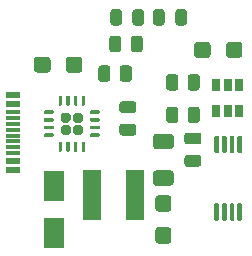
<source format=gbr>
%TF.GenerationSoftware,KiCad,Pcbnew,5.1.12-84ad8e8a86~92~ubuntu20.04.1*%
%TF.CreationDate,2023-03-19T01:12:36+01:00*%
%TF.ProjectId,tp5000_charger,74703530-3030-45f6-9368-61726765722e,rev?*%
%TF.SameCoordinates,Original*%
%TF.FileFunction,Paste,Top*%
%TF.FilePolarity,Positive*%
%FSLAX46Y46*%
G04 Gerber Fmt 4.6, Leading zero omitted, Abs format (unit mm)*
G04 Created by KiCad (PCBNEW 5.1.12-84ad8e8a86~92~ubuntu20.04.1) date 2023-03-19 01:12:36*
%MOMM*%
%LPD*%
G01*
G04 APERTURE LIST*
%ADD10R,1.160000X0.300000*%
%ADD11R,1.160000X0.600000*%
%ADD12R,1.800000X2.500000*%
%ADD13R,0.650000X1.060000*%
%ADD14R,1.500000X4.200000*%
G04 APERTURE END LIST*
D10*
%TO.C,J7*%
X89760000Y-120250000D03*
X89760000Y-120750000D03*
X89760000Y-121250000D03*
X89760000Y-119250000D03*
X89760000Y-119750000D03*
X89760000Y-122250000D03*
X89760000Y-121750000D03*
X89760000Y-122750000D03*
D11*
X89760000Y-118600000D03*
X89760000Y-118600000D03*
X89760000Y-117800000D03*
X89760000Y-117800000D03*
X89760000Y-123400000D03*
X89760000Y-124200000D03*
X89760000Y-123400000D03*
X89760000Y-124200000D03*
%TD*%
%TO.C,R5*%
G36*
G01*
X98012500Y-115549999D02*
X98012500Y-116450001D01*
G75*
G02*
X97762501Y-116700000I-249999J0D01*
G01*
X97237499Y-116700000D01*
G75*
G02*
X96987500Y-116450001I0J249999D01*
G01*
X96987500Y-115549999D01*
G75*
G02*
X97237499Y-115300000I249999J0D01*
G01*
X97762501Y-115300000D01*
G75*
G02*
X98012500Y-115549999I0J-249999D01*
G01*
G37*
G36*
G01*
X99837500Y-115549999D02*
X99837500Y-116450001D01*
G75*
G02*
X99587501Y-116700000I-249999J0D01*
G01*
X99062499Y-116700000D01*
G75*
G02*
X98812500Y-116450001I0J249999D01*
G01*
X98812500Y-115549999D01*
G75*
G02*
X99062499Y-115300000I249999J0D01*
G01*
X99587501Y-115300000D01*
G75*
G02*
X99837500Y-115549999I0J-249999D01*
G01*
G37*
%TD*%
%TO.C,D2*%
G36*
G01*
X99887500Y-111706250D02*
X99887500Y-110793750D01*
G75*
G02*
X100131250Y-110550000I243750J0D01*
G01*
X100618750Y-110550000D01*
G75*
G02*
X100862500Y-110793750I0J-243750D01*
G01*
X100862500Y-111706250D01*
G75*
G02*
X100618750Y-111950000I-243750J0D01*
G01*
X100131250Y-111950000D01*
G75*
G02*
X99887500Y-111706250I0J243750D01*
G01*
G37*
G36*
G01*
X98012500Y-111706250D02*
X98012500Y-110793750D01*
G75*
G02*
X98256250Y-110550000I243750J0D01*
G01*
X98743750Y-110550000D01*
G75*
G02*
X98987500Y-110793750I0J-243750D01*
G01*
X98987500Y-111706250D01*
G75*
G02*
X98743750Y-111950000I-243750J0D01*
G01*
X98256250Y-111950000D01*
G75*
G02*
X98012500Y-111706250I0J243750D01*
G01*
G37*
%TD*%
%TO.C,D3*%
G36*
G01*
X104487500Y-110793750D02*
X104487500Y-111706250D01*
G75*
G02*
X104243750Y-111950000I-243750J0D01*
G01*
X103756250Y-111950000D01*
G75*
G02*
X103512500Y-111706250I0J243750D01*
G01*
X103512500Y-110793750D01*
G75*
G02*
X103756250Y-110550000I243750J0D01*
G01*
X104243750Y-110550000D01*
G75*
G02*
X104487500Y-110793750I0J-243750D01*
G01*
G37*
G36*
G01*
X102612500Y-110793750D02*
X102612500Y-111706250D01*
G75*
G02*
X102368750Y-111950000I-243750J0D01*
G01*
X101881250Y-111950000D01*
G75*
G02*
X101637500Y-111706250I0J243750D01*
G01*
X101637500Y-110793750D01*
G75*
G02*
X101881250Y-110550000I243750J0D01*
G01*
X102368750Y-110550000D01*
G75*
G02*
X102612500Y-110793750I0J-243750D01*
G01*
G37*
%TD*%
D12*
%TO.C,D1*%
X93250000Y-125500000D03*
X93250000Y-129500000D03*
%TD*%
%TO.C,R1*%
G36*
G01*
X103125001Y-125500000D02*
X101874999Y-125500000D01*
G75*
G02*
X101625000Y-125250001I0J249999D01*
G01*
X101625000Y-124449999D01*
G75*
G02*
X101874999Y-124200000I249999J0D01*
G01*
X103125001Y-124200000D01*
G75*
G02*
X103375000Y-124449999I0J-249999D01*
G01*
X103375000Y-125250001D01*
G75*
G02*
X103125001Y-125500000I-249999J0D01*
G01*
G37*
G36*
G01*
X103125001Y-122400000D02*
X101874999Y-122400000D01*
G75*
G02*
X101625000Y-122150001I0J249999D01*
G01*
X101625000Y-121349999D01*
G75*
G02*
X101874999Y-121100000I249999J0D01*
G01*
X103125001Y-121100000D01*
G75*
G02*
X103375000Y-121349999I0J-249999D01*
G01*
X103375000Y-122150001D01*
G75*
G02*
X103125001Y-122400000I-249999J0D01*
G01*
G37*
%TD*%
%TO.C,U1*%
G36*
G01*
X92375000Y-119350000D02*
X92375000Y-119200000D01*
G75*
G02*
X92450000Y-119125000I75000J0D01*
G01*
X93150000Y-119125000D01*
G75*
G02*
X93225000Y-119200000I0J-75000D01*
G01*
X93225000Y-119350000D01*
G75*
G02*
X93150000Y-119425000I-75000J0D01*
G01*
X92450000Y-119425000D01*
G75*
G02*
X92375000Y-119350000I0J75000D01*
G01*
G37*
G36*
G01*
X92375000Y-120000000D02*
X92375000Y-119850000D01*
G75*
G02*
X92450000Y-119775000I75000J0D01*
G01*
X93150000Y-119775000D01*
G75*
G02*
X93225000Y-119850000I0J-75000D01*
G01*
X93225000Y-120000000D01*
G75*
G02*
X93150000Y-120075000I-75000J0D01*
G01*
X92450000Y-120075000D01*
G75*
G02*
X92375000Y-120000000I0J75000D01*
G01*
G37*
G36*
G01*
X92375000Y-120650000D02*
X92375000Y-120500000D01*
G75*
G02*
X92450000Y-120425000I75000J0D01*
G01*
X93150000Y-120425000D01*
G75*
G02*
X93225000Y-120500000I0J-75000D01*
G01*
X93225000Y-120650000D01*
G75*
G02*
X93150000Y-120725000I-75000J0D01*
G01*
X92450000Y-120725000D01*
G75*
G02*
X92375000Y-120650000I0J75000D01*
G01*
G37*
G36*
G01*
X92375000Y-121300000D02*
X92375000Y-121150000D01*
G75*
G02*
X92450000Y-121075000I75000J0D01*
G01*
X93150000Y-121075000D01*
G75*
G02*
X93225000Y-121150000I0J-75000D01*
G01*
X93225000Y-121300000D01*
G75*
G02*
X93150000Y-121375000I-75000J0D01*
G01*
X92450000Y-121375000D01*
G75*
G02*
X92375000Y-121300000I0J75000D01*
G01*
G37*
G36*
G01*
X93625000Y-122550000D02*
X93625000Y-121850000D01*
G75*
G02*
X93700000Y-121775000I75000J0D01*
G01*
X93850000Y-121775000D01*
G75*
G02*
X93925000Y-121850000I0J-75000D01*
G01*
X93925000Y-122550000D01*
G75*
G02*
X93850000Y-122625000I-75000J0D01*
G01*
X93700000Y-122625000D01*
G75*
G02*
X93625000Y-122550000I0J75000D01*
G01*
G37*
G36*
G01*
X94275000Y-122550000D02*
X94275000Y-121850000D01*
G75*
G02*
X94350000Y-121775000I75000J0D01*
G01*
X94500000Y-121775000D01*
G75*
G02*
X94575000Y-121850000I0J-75000D01*
G01*
X94575000Y-122550000D01*
G75*
G02*
X94500000Y-122625000I-75000J0D01*
G01*
X94350000Y-122625000D01*
G75*
G02*
X94275000Y-122550000I0J75000D01*
G01*
G37*
G36*
G01*
X94925000Y-122550000D02*
X94925000Y-121850000D01*
G75*
G02*
X95000000Y-121775000I75000J0D01*
G01*
X95150000Y-121775000D01*
G75*
G02*
X95225000Y-121850000I0J-75000D01*
G01*
X95225000Y-122550000D01*
G75*
G02*
X95150000Y-122625000I-75000J0D01*
G01*
X95000000Y-122625000D01*
G75*
G02*
X94925000Y-122550000I0J75000D01*
G01*
G37*
G36*
G01*
X95575000Y-122550000D02*
X95575000Y-121850000D01*
G75*
G02*
X95650000Y-121775000I75000J0D01*
G01*
X95800000Y-121775000D01*
G75*
G02*
X95875000Y-121850000I0J-75000D01*
G01*
X95875000Y-122550000D01*
G75*
G02*
X95800000Y-122625000I-75000J0D01*
G01*
X95650000Y-122625000D01*
G75*
G02*
X95575000Y-122550000I0J75000D01*
G01*
G37*
G36*
G01*
X96275000Y-121300000D02*
X96275000Y-121150000D01*
G75*
G02*
X96350000Y-121075000I75000J0D01*
G01*
X97050000Y-121075000D01*
G75*
G02*
X97125000Y-121150000I0J-75000D01*
G01*
X97125000Y-121300000D01*
G75*
G02*
X97050000Y-121375000I-75000J0D01*
G01*
X96350000Y-121375000D01*
G75*
G02*
X96275000Y-121300000I0J75000D01*
G01*
G37*
G36*
G01*
X96275000Y-120650000D02*
X96275000Y-120500000D01*
G75*
G02*
X96350000Y-120425000I75000J0D01*
G01*
X97050000Y-120425000D01*
G75*
G02*
X97125000Y-120500000I0J-75000D01*
G01*
X97125000Y-120650000D01*
G75*
G02*
X97050000Y-120725000I-75000J0D01*
G01*
X96350000Y-120725000D01*
G75*
G02*
X96275000Y-120650000I0J75000D01*
G01*
G37*
G36*
G01*
X96275000Y-120000000D02*
X96275000Y-119850000D01*
G75*
G02*
X96350000Y-119775000I75000J0D01*
G01*
X97050000Y-119775000D01*
G75*
G02*
X97125000Y-119850000I0J-75000D01*
G01*
X97125000Y-120000000D01*
G75*
G02*
X97050000Y-120075000I-75000J0D01*
G01*
X96350000Y-120075000D01*
G75*
G02*
X96275000Y-120000000I0J75000D01*
G01*
G37*
G36*
G01*
X96275000Y-119350000D02*
X96275000Y-119200000D01*
G75*
G02*
X96350000Y-119125000I75000J0D01*
G01*
X97050000Y-119125000D01*
G75*
G02*
X97125000Y-119200000I0J-75000D01*
G01*
X97125000Y-119350000D01*
G75*
G02*
X97050000Y-119425000I-75000J0D01*
G01*
X96350000Y-119425000D01*
G75*
G02*
X96275000Y-119350000I0J75000D01*
G01*
G37*
G36*
G01*
X95575000Y-118650000D02*
X95575000Y-117950000D01*
G75*
G02*
X95650000Y-117875000I75000J0D01*
G01*
X95800000Y-117875000D01*
G75*
G02*
X95875000Y-117950000I0J-75000D01*
G01*
X95875000Y-118650000D01*
G75*
G02*
X95800000Y-118725000I-75000J0D01*
G01*
X95650000Y-118725000D01*
G75*
G02*
X95575000Y-118650000I0J75000D01*
G01*
G37*
G36*
G01*
X94925000Y-118650000D02*
X94925000Y-117950000D01*
G75*
G02*
X95000000Y-117875000I75000J0D01*
G01*
X95150000Y-117875000D01*
G75*
G02*
X95225000Y-117950000I0J-75000D01*
G01*
X95225000Y-118650000D01*
G75*
G02*
X95150000Y-118725000I-75000J0D01*
G01*
X95000000Y-118725000D01*
G75*
G02*
X94925000Y-118650000I0J75000D01*
G01*
G37*
G36*
G01*
X94275000Y-118650000D02*
X94275000Y-117950000D01*
G75*
G02*
X94350000Y-117875000I75000J0D01*
G01*
X94500000Y-117875000D01*
G75*
G02*
X94575000Y-117950000I0J-75000D01*
G01*
X94575000Y-118650000D01*
G75*
G02*
X94500000Y-118725000I-75000J0D01*
G01*
X94350000Y-118725000D01*
G75*
G02*
X94275000Y-118650000I0J75000D01*
G01*
G37*
G36*
G01*
X93625000Y-118650000D02*
X93625000Y-117950000D01*
G75*
G02*
X93700000Y-117875000I75000J0D01*
G01*
X93850000Y-117875000D01*
G75*
G02*
X93925000Y-117950000I0J-75000D01*
G01*
X93925000Y-118650000D01*
G75*
G02*
X93850000Y-118725000I-75000J0D01*
G01*
X93700000Y-118725000D01*
G75*
G02*
X93625000Y-118650000I0J75000D01*
G01*
G37*
G36*
G01*
X93800000Y-119937500D02*
X93800000Y-119512500D01*
G75*
G02*
X94012500Y-119300000I212500J0D01*
G01*
X94437500Y-119300000D01*
G75*
G02*
X94650000Y-119512500I0J-212500D01*
G01*
X94650000Y-119937500D01*
G75*
G02*
X94437500Y-120150000I-212500J0D01*
G01*
X94012500Y-120150000D01*
G75*
G02*
X93800000Y-119937500I0J212500D01*
G01*
G37*
G36*
G01*
X93800000Y-120987500D02*
X93800000Y-120562500D01*
G75*
G02*
X94012500Y-120350000I212500J0D01*
G01*
X94437500Y-120350000D01*
G75*
G02*
X94650000Y-120562500I0J-212500D01*
G01*
X94650000Y-120987500D01*
G75*
G02*
X94437500Y-121200000I-212500J0D01*
G01*
X94012500Y-121200000D01*
G75*
G02*
X93800000Y-120987500I0J212500D01*
G01*
G37*
G36*
G01*
X94850000Y-119937500D02*
X94850000Y-119512500D01*
G75*
G02*
X95062500Y-119300000I212500J0D01*
G01*
X95487500Y-119300000D01*
G75*
G02*
X95700000Y-119512500I0J-212500D01*
G01*
X95700000Y-119937500D01*
G75*
G02*
X95487500Y-120150000I-212500J0D01*
G01*
X95062500Y-120150000D01*
G75*
G02*
X94850000Y-119937500I0J212500D01*
G01*
G37*
G36*
G01*
X94850000Y-120987500D02*
X94850000Y-120562500D01*
G75*
G02*
X95062500Y-120350000I212500J0D01*
G01*
X95487500Y-120350000D01*
G75*
G02*
X95700000Y-120562500I0J-212500D01*
G01*
X95700000Y-120987500D01*
G75*
G02*
X95487500Y-121200000I-212500J0D01*
G01*
X95062500Y-121200000D01*
G75*
G02*
X94850000Y-120987500I0J212500D01*
G01*
G37*
%TD*%
D13*
%TO.C,U2*%
X107000000Y-119200000D03*
X107950000Y-119200000D03*
X108900000Y-119200000D03*
X108900000Y-117000000D03*
X107000000Y-117000000D03*
X107950000Y-117000000D03*
%TD*%
%TO.C,U3*%
G36*
G01*
X108875000Y-121262500D02*
X109075000Y-121262500D01*
G75*
G02*
X109175000Y-121362500I0J-100000D01*
G01*
X109175000Y-122637500D01*
G75*
G02*
X109075000Y-122737500I-100000J0D01*
G01*
X108875000Y-122737500D01*
G75*
G02*
X108775000Y-122637500I0J100000D01*
G01*
X108775000Y-121362500D01*
G75*
G02*
X108875000Y-121262500I100000J0D01*
G01*
G37*
G36*
G01*
X108225000Y-121262500D02*
X108425000Y-121262500D01*
G75*
G02*
X108525000Y-121362500I0J-100000D01*
G01*
X108525000Y-122637500D01*
G75*
G02*
X108425000Y-122737500I-100000J0D01*
G01*
X108225000Y-122737500D01*
G75*
G02*
X108125000Y-122637500I0J100000D01*
G01*
X108125000Y-121362500D01*
G75*
G02*
X108225000Y-121262500I100000J0D01*
G01*
G37*
G36*
G01*
X107575000Y-121262500D02*
X107775000Y-121262500D01*
G75*
G02*
X107875000Y-121362500I0J-100000D01*
G01*
X107875000Y-122637500D01*
G75*
G02*
X107775000Y-122737500I-100000J0D01*
G01*
X107575000Y-122737500D01*
G75*
G02*
X107475000Y-122637500I0J100000D01*
G01*
X107475000Y-121362500D01*
G75*
G02*
X107575000Y-121262500I100000J0D01*
G01*
G37*
G36*
G01*
X106925000Y-121262500D02*
X107125000Y-121262500D01*
G75*
G02*
X107225000Y-121362500I0J-100000D01*
G01*
X107225000Y-122637500D01*
G75*
G02*
X107125000Y-122737500I-100000J0D01*
G01*
X106925000Y-122737500D01*
G75*
G02*
X106825000Y-122637500I0J100000D01*
G01*
X106825000Y-121362500D01*
G75*
G02*
X106925000Y-121262500I100000J0D01*
G01*
G37*
G36*
G01*
X106925000Y-126987500D02*
X107125000Y-126987500D01*
G75*
G02*
X107225000Y-127087500I0J-100000D01*
G01*
X107225000Y-128362500D01*
G75*
G02*
X107125000Y-128462500I-100000J0D01*
G01*
X106925000Y-128462500D01*
G75*
G02*
X106825000Y-128362500I0J100000D01*
G01*
X106825000Y-127087500D01*
G75*
G02*
X106925000Y-126987500I100000J0D01*
G01*
G37*
G36*
G01*
X107575000Y-126987500D02*
X107775000Y-126987500D01*
G75*
G02*
X107875000Y-127087500I0J-100000D01*
G01*
X107875000Y-128362500D01*
G75*
G02*
X107775000Y-128462500I-100000J0D01*
G01*
X107575000Y-128462500D01*
G75*
G02*
X107475000Y-128362500I0J100000D01*
G01*
X107475000Y-127087500D01*
G75*
G02*
X107575000Y-126987500I100000J0D01*
G01*
G37*
G36*
G01*
X108225000Y-126987500D02*
X108425000Y-126987500D01*
G75*
G02*
X108525000Y-127087500I0J-100000D01*
G01*
X108525000Y-128362500D01*
G75*
G02*
X108425000Y-128462500I-100000J0D01*
G01*
X108225000Y-128462500D01*
G75*
G02*
X108125000Y-128362500I0J100000D01*
G01*
X108125000Y-127087500D01*
G75*
G02*
X108225000Y-126987500I100000J0D01*
G01*
G37*
G36*
G01*
X108875000Y-126987500D02*
X109075000Y-126987500D01*
G75*
G02*
X109175000Y-127087500I0J-100000D01*
G01*
X109175000Y-128362500D01*
G75*
G02*
X109075000Y-128462500I-100000J0D01*
G01*
X108875000Y-128462500D01*
G75*
G02*
X108775000Y-128362500I0J100000D01*
G01*
X108775000Y-127087500D01*
G75*
G02*
X108875000Y-126987500I100000J0D01*
G01*
G37*
%TD*%
%TO.C,C1*%
G36*
G01*
X91550000Y-115675001D02*
X91550000Y-114824999D01*
G75*
G02*
X91799999Y-114575000I249999J0D01*
G01*
X92700001Y-114575000D01*
G75*
G02*
X92950000Y-114824999I0J-249999D01*
G01*
X92950000Y-115675001D01*
G75*
G02*
X92700001Y-115925000I-249999J0D01*
G01*
X91799999Y-115925000D01*
G75*
G02*
X91550000Y-115675001I0J249999D01*
G01*
G37*
G36*
G01*
X94250000Y-115675001D02*
X94250000Y-114824999D01*
G75*
G02*
X94499999Y-114575000I249999J0D01*
G01*
X95400001Y-114575000D01*
G75*
G02*
X95650000Y-114824999I0J-249999D01*
G01*
X95650000Y-115675001D01*
G75*
G02*
X95400001Y-115925000I-249999J0D01*
G01*
X94499999Y-115925000D01*
G75*
G02*
X94250000Y-115675001I0J249999D01*
G01*
G37*
%TD*%
%TO.C,C2*%
G36*
G01*
X99975000Y-121250000D02*
X99025000Y-121250000D01*
G75*
G02*
X98775000Y-121000000I0J250000D01*
G01*
X98775000Y-120500000D01*
G75*
G02*
X99025000Y-120250000I250000J0D01*
G01*
X99975000Y-120250000D01*
G75*
G02*
X100225000Y-120500000I0J-250000D01*
G01*
X100225000Y-121000000D01*
G75*
G02*
X99975000Y-121250000I-250000J0D01*
G01*
G37*
G36*
G01*
X99975000Y-119350000D02*
X99025000Y-119350000D01*
G75*
G02*
X98775000Y-119100000I0J250000D01*
G01*
X98775000Y-118600000D01*
G75*
G02*
X99025000Y-118350000I250000J0D01*
G01*
X99975000Y-118350000D01*
G75*
G02*
X100225000Y-118600000I0J-250000D01*
G01*
X100225000Y-119100000D01*
G75*
G02*
X99975000Y-119350000I-250000J0D01*
G01*
G37*
%TD*%
%TO.C,C3*%
G36*
G01*
X102074999Y-129000000D02*
X102925001Y-129000000D01*
G75*
G02*
X103175000Y-129249999I0J-249999D01*
G01*
X103175000Y-130150001D01*
G75*
G02*
X102925001Y-130400000I-249999J0D01*
G01*
X102074999Y-130400000D01*
G75*
G02*
X101825000Y-130150001I0J249999D01*
G01*
X101825000Y-129249999D01*
G75*
G02*
X102074999Y-129000000I249999J0D01*
G01*
G37*
G36*
G01*
X102074999Y-126300000D02*
X102925001Y-126300000D01*
G75*
G02*
X103175000Y-126549999I0J-249999D01*
G01*
X103175000Y-127450001D01*
G75*
G02*
X102925001Y-127700000I-249999J0D01*
G01*
X102074999Y-127700000D01*
G75*
G02*
X101825000Y-127450001I0J249999D01*
G01*
X101825000Y-126549999D01*
G75*
G02*
X102074999Y-126300000I249999J0D01*
G01*
G37*
%TD*%
%TO.C,C4*%
G36*
G01*
X104525000Y-122900000D02*
X105475000Y-122900000D01*
G75*
G02*
X105725000Y-123150000I0J-250000D01*
G01*
X105725000Y-123650000D01*
G75*
G02*
X105475000Y-123900000I-250000J0D01*
G01*
X104525000Y-123900000D01*
G75*
G02*
X104275000Y-123650000I0J250000D01*
G01*
X104275000Y-123150000D01*
G75*
G02*
X104525000Y-122900000I250000J0D01*
G01*
G37*
G36*
G01*
X104525000Y-121000000D02*
X105475000Y-121000000D01*
G75*
G02*
X105725000Y-121250000I0J-250000D01*
G01*
X105725000Y-121750000D01*
G75*
G02*
X105475000Y-122000000I-250000J0D01*
G01*
X104525000Y-122000000D01*
G75*
G02*
X104275000Y-121750000I0J250000D01*
G01*
X104275000Y-121250000D01*
G75*
G02*
X104525000Y-121000000I250000J0D01*
G01*
G37*
%TD*%
%TO.C,C5*%
G36*
G01*
X109200000Y-113574999D02*
X109200000Y-114425001D01*
G75*
G02*
X108950001Y-114675000I-249999J0D01*
G01*
X108049999Y-114675000D01*
G75*
G02*
X107800000Y-114425001I0J249999D01*
G01*
X107800000Y-113574999D01*
G75*
G02*
X108049999Y-113325000I249999J0D01*
G01*
X108950001Y-113325000D01*
G75*
G02*
X109200000Y-113574999I0J-249999D01*
G01*
G37*
G36*
G01*
X106500000Y-113574999D02*
X106500000Y-114425001D01*
G75*
G02*
X106250001Y-114675000I-249999J0D01*
G01*
X105349999Y-114675000D01*
G75*
G02*
X105100000Y-114425001I0J249999D01*
G01*
X105100000Y-113574999D01*
G75*
G02*
X105349999Y-113325000I249999J0D01*
G01*
X106250001Y-113325000D01*
G75*
G02*
X106500000Y-113574999I0J-249999D01*
G01*
G37*
%TD*%
D14*
%TO.C,L1*%
X96500000Y-126250000D03*
X100100000Y-126250000D03*
%TD*%
%TO.C,R2*%
G36*
G01*
X100762500Y-113049999D02*
X100762500Y-113950001D01*
G75*
G02*
X100512501Y-114200000I-249999J0D01*
G01*
X99987499Y-114200000D01*
G75*
G02*
X99737500Y-113950001I0J249999D01*
G01*
X99737500Y-113049999D01*
G75*
G02*
X99987499Y-112800000I249999J0D01*
G01*
X100512501Y-112800000D01*
G75*
G02*
X100762500Y-113049999I0J-249999D01*
G01*
G37*
G36*
G01*
X98937500Y-113049999D02*
X98937500Y-113950001D01*
G75*
G02*
X98687501Y-114200000I-249999J0D01*
G01*
X98162499Y-114200000D01*
G75*
G02*
X97912500Y-113950001I0J249999D01*
G01*
X97912500Y-113049999D01*
G75*
G02*
X98162499Y-112800000I249999J0D01*
G01*
X98687501Y-112800000D01*
G75*
G02*
X98937500Y-113049999I0J-249999D01*
G01*
G37*
%TD*%
%TO.C,R3*%
G36*
G01*
X103762500Y-116299999D02*
X103762500Y-117200001D01*
G75*
G02*
X103512501Y-117450000I-249999J0D01*
G01*
X102987499Y-117450000D01*
G75*
G02*
X102737500Y-117200001I0J249999D01*
G01*
X102737500Y-116299999D01*
G75*
G02*
X102987499Y-116050000I249999J0D01*
G01*
X103512501Y-116050000D01*
G75*
G02*
X103762500Y-116299999I0J-249999D01*
G01*
G37*
G36*
G01*
X105587500Y-116299999D02*
X105587500Y-117200001D01*
G75*
G02*
X105337501Y-117450000I-249999J0D01*
G01*
X104812499Y-117450000D01*
G75*
G02*
X104562500Y-117200001I0J249999D01*
G01*
X104562500Y-116299999D01*
G75*
G02*
X104812499Y-116050000I249999J0D01*
G01*
X105337501Y-116050000D01*
G75*
G02*
X105587500Y-116299999I0J-249999D01*
G01*
G37*
%TD*%
%TO.C,R4*%
G36*
G01*
X102737500Y-119950001D02*
X102737500Y-119049999D01*
G75*
G02*
X102987499Y-118800000I249999J0D01*
G01*
X103512501Y-118800000D01*
G75*
G02*
X103762500Y-119049999I0J-249999D01*
G01*
X103762500Y-119950001D01*
G75*
G02*
X103512501Y-120200000I-249999J0D01*
G01*
X102987499Y-120200000D01*
G75*
G02*
X102737500Y-119950001I0J249999D01*
G01*
G37*
G36*
G01*
X104562500Y-119950001D02*
X104562500Y-119049999D01*
G75*
G02*
X104812499Y-118800000I249999J0D01*
G01*
X105337501Y-118800000D01*
G75*
G02*
X105587500Y-119049999I0J-249999D01*
G01*
X105587500Y-119950001D01*
G75*
G02*
X105337501Y-120200000I-249999J0D01*
G01*
X104812499Y-120200000D01*
G75*
G02*
X104562500Y-119950001I0J249999D01*
G01*
G37*
%TD*%
M02*

</source>
